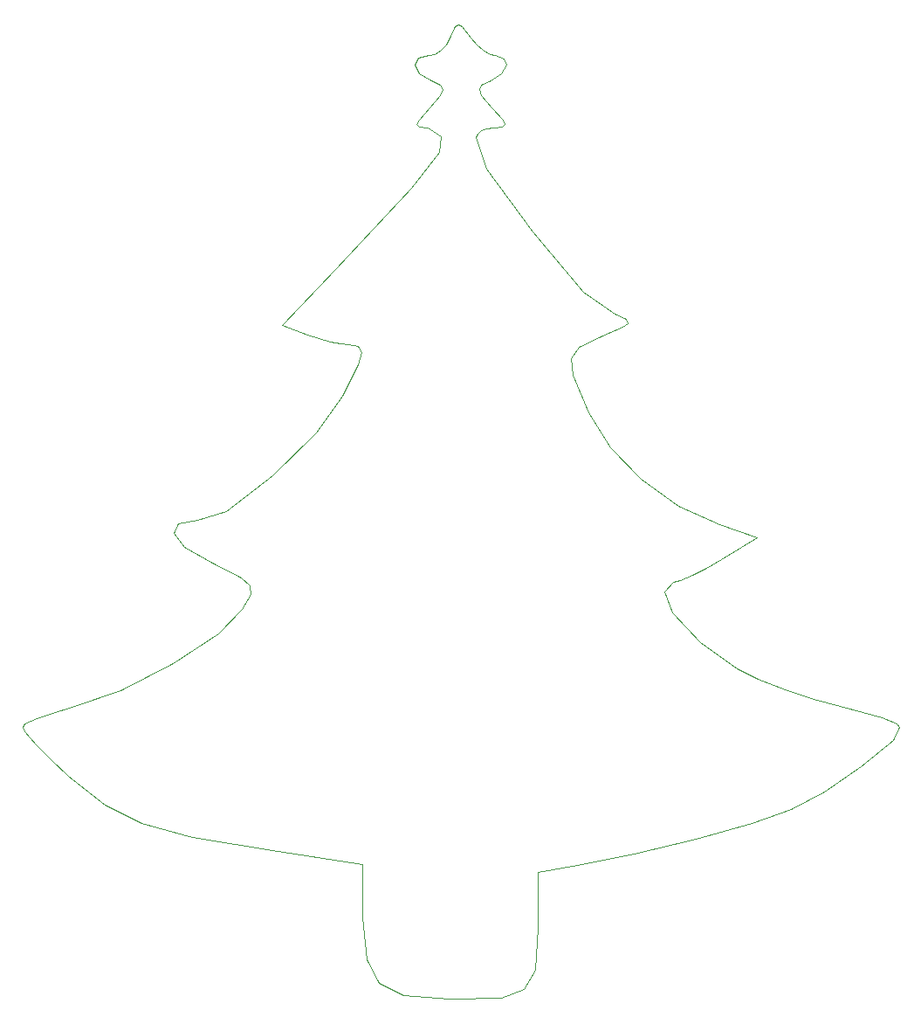
<source format=gbr>
G04 #@! TF.GenerationSoftware,KiCad,Pcbnew,(5.0.0)*
G04 #@! TF.CreationDate,2019-09-06T15:04:35-04:00*
G04 #@! TF.ProjectId,Christmas Tree,4368726973746D617320547265652E6B,rev?*
G04 #@! TF.SameCoordinates,Original*
G04 #@! TF.FileFunction,Profile,NP*
%FSLAX46Y46*%
G04 Gerber Fmt 4.6, Leading zero omitted, Abs format (unit mm)*
G04 Created by KiCad (PCBNEW (5.0.0)) date 09/06/19 15:04:35*
%MOMM*%
%LPD*%
G01*
G04 APERTURE LIST*
%ADD10C,0.100000*%
G04 APERTURE END LIST*
D10*
X132377825Y-53381861D02*
X131925531Y-54433600D01*
X132691142Y-53183600D02*
X132377825Y-53381861D01*
X133062695Y-53360519D02*
X132691142Y-53183600D01*
X133892763Y-54433600D02*
X133062695Y-53360519D01*
X134470115Y-55103209D02*
X133892763Y-54433600D01*
X135137797Y-55669538D02*
X134470115Y-55103209D01*
X135793545Y-56061771D02*
X135137797Y-55669538D01*
X136321343Y-56183600D02*
X135793545Y-56061771D01*
X137166248Y-56464389D02*
X136321343Y-56183600D01*
X137416236Y-57122253D02*
X137166248Y-56464389D01*
X136915407Y-57958210D02*
X137416236Y-57122253D01*
X135824981Y-58597460D02*
X136915407Y-57958210D01*
X134951007Y-59023035D02*
X135824981Y-58597460D01*
X134731302Y-59439176D02*
X134951007Y-59023035D01*
X134951261Y-60004936D02*
X134731302Y-59439176D01*
X135979968Y-61204449D02*
X134951261Y-60004936D01*
X137028098Y-62403440D02*
X135979968Y-61204449D01*
X137214711Y-62864070D02*
X137028098Y-62403440D01*
X137008183Y-63119697D02*
X137214711Y-62864070D01*
X136116088Y-63183600D02*
X137008183Y-63119697D01*
X135482960Y-63252533D02*
X136116088Y-63183600D01*
X134947253Y-63456981D02*
X135482960Y-63252533D01*
X134587743Y-63759152D02*
X134947253Y-63456981D01*
X134461100Y-64114260D02*
X134587743Y-63759152D01*
X135400874Y-67120428D02*
X134461100Y-64114260D01*
X139936718Y-73258370D02*
X135400874Y-67120428D01*
X144845407Y-79075258D02*
X139936718Y-73258370D01*
X147929598Y-81225020D02*
X144845407Y-79075258D01*
X149023456Y-81740812D02*
X147929598Y-81225020D01*
X149128460Y-82115309D02*
X149023456Y-81740812D01*
X148675059Y-82518272D02*
X149128460Y-82115309D01*
X146711100Y-83331206D02*
X148675059Y-82518272D01*
X144453695Y-84448449D02*
X146711100Y-83331206D01*
X143690895Y-85555278D02*
X144453695Y-84448449D01*
X143848620Y-87177451D02*
X143690895Y-85555278D01*
X145374216Y-90799688D02*
X143848620Y-87177451D01*
X147424258Y-94127184D02*
X145374216Y-90799688D01*
X150446410Y-97240761D02*
X147424258Y-94127184D01*
X154107156Y-99844352D02*
X150446410Y-97240761D01*
X158060294Y-101656620D02*
X154107156Y-99844352D01*
X161663549Y-102895360D02*
X158060294Y-101656620D01*
X158194291Y-105039480D02*
X161663549Y-102895360D01*
X156783049Y-105860395D02*
X158194291Y-105039480D01*
X155411612Y-106553765D02*
X156783049Y-105860395D01*
X154230801Y-107062001D02*
X155411612Y-106553765D01*
X153593066Y-107183600D02*
X154230801Y-107062001D01*
X152699089Y-108147353D02*
X153593066Y-107183600D01*
X153460300Y-110204914D02*
X152699089Y-108147353D01*
X156144739Y-113057747D02*
X153460300Y-110204914D01*
X159757202Y-115574220D02*
X156144739Y-113057747D01*
X161778397Y-116592308D02*
X159757202Y-115574220D01*
X164415268Y-117652153D02*
X161778397Y-116592308D01*
X167202655Y-118592372D02*
X164415268Y-117652153D01*
X169711100Y-119248486D02*
X167202655Y-118592372D01*
X171915095Y-119783218D02*
X169711100Y-119248486D01*
X173772037Y-120354574D02*
X171915095Y-119783218D01*
X175226752Y-120904953D02*
X173772037Y-120354574D01*
X175461100Y-121253836D02*
X175226752Y-120904953D01*
X174867672Y-122548660D02*
X175461100Y-121253836D01*
X171755876Y-125060377D02*
X174867672Y-122548660D01*
X168203908Y-127495183D02*
X171755876Y-125060377D01*
X164968613Y-129178556D02*
X168203908Y-127495183D01*
X161217942Y-130548624D02*
X164968613Y-129178556D01*
X155720777Y-132109128D02*
X161217942Y-130548624D01*
X149723665Y-133563759D02*
X155720777Y-132109128D01*
X144211100Y-134640868D02*
X149723665Y-133563759D01*
X140461100Y-135274226D02*
X144211100Y-134640868D01*
X140461100Y-140760298D02*
X140461100Y-135274226D01*
X140175634Y-144761725D02*
X140461100Y-140760298D01*
X139109530Y-146618707D02*
X140175634Y-144761725D01*
X136894413Y-147479172D02*
X139109530Y-146618707D01*
X131803163Y-147632450D02*
X136894413Y-147479172D01*
X127428678Y-147258868D02*
X131803163Y-147632450D01*
X125046034Y-146080541D02*
X127428678Y-147258868D01*
X123823420Y-143815219D02*
X125046034Y-146080541D01*
X123461100Y-139734174D02*
X123823420Y-143815219D01*
X123461100Y-134529638D02*
X123461100Y-139734174D01*
X115211100Y-133296560D02*
X123461100Y-134529638D01*
X106910115Y-131895561D02*
X115211100Y-133296560D01*
X102039837Y-130571902D02*
X106910115Y-131895561D01*
X98443850Y-128779893D02*
X102039837Y-130571902D01*
X94870465Y-125993290D02*
X98443850Y-128779893D01*
X93180843Y-124387618D02*
X94870465Y-125993290D01*
X91756351Y-122927388D02*
X93180843Y-124387618D01*
X90615310Y-121670795D02*
X91756351Y-122927388D01*
X90461100Y-121263645D02*
X90615310Y-121670795D01*
X90661086Y-120947122D02*
X90461100Y-121263645D01*
X91850032Y-120422340D02*
X90661086Y-120947122D01*
X93377154Y-119866579D02*
X91850032Y-120422340D01*
X95189378Y-119333788D02*
X93377154Y-119866579D01*
X99933334Y-117665124D02*
X95189378Y-119333788D01*
X105032988Y-115089187D02*
X99933334Y-117665124D01*
X109462533Y-112241190D02*
X105032988Y-115089187D01*
X111772494Y-109831106D02*
X109462533Y-112241190D01*
X112558142Y-108368856D02*
X111772494Y-109831106D01*
X112484717Y-107524121D02*
X112558142Y-108368856D01*
X111655338Y-106767464D02*
X112484717Y-107524121D01*
X108827983Y-105331189D02*
X111655338Y-106767464D01*
X106145194Y-103802230D02*
X108827983Y-105331189D01*
X105111130Y-102458896D02*
X106145194Y-103802230D01*
X105548057Y-101531313D02*
X105111130Y-102458896D01*
X107430319Y-101183600D02*
X105548057Y-101531313D01*
X110177839Y-100320601D02*
X107430319Y-101183600D01*
X114685438Y-96838160D02*
X110177839Y-100320601D01*
X118968737Y-92743413D02*
X114685438Y-96838160D01*
X121446922Y-89211392D02*
X118968737Y-92743413D01*
X122999203Y-86084797D02*
X121446922Y-89211392D01*
X123333130Y-84933543D02*
X122999203Y-86084797D01*
X123016960Y-84387628D02*
X123333130Y-84933543D01*
X122026200Y-84183600D02*
X123016960Y-84387628D01*
X121307070Y-84120401D02*
X122026200Y-84183600D01*
X120286423Y-83907431D02*
X121307070Y-84120401D01*
X119170503Y-83603356D02*
X120286423Y-83907431D01*
X118118522Y-83243452D02*
X119170503Y-83603356D01*
X115645744Y-82303303D02*
X118118522Y-83243452D01*
X120803422Y-76873606D02*
X115645744Y-82303303D01*
X128147140Y-69022617D02*
X120803422Y-76873606D01*
X130843989Y-65569373D02*
X128147140Y-69022617D01*
X131001135Y-63990207D02*
X130843989Y-65569373D01*
X129806112Y-63183600D02*
X131001135Y-63990207D01*
X128914017Y-63119697D02*
X129806112Y-63183600D01*
X128707489Y-62864070D02*
X128914017Y-63119697D01*
X128894102Y-62403440D02*
X128707489Y-62864070D01*
X129942232Y-61204449D02*
X128894102Y-62403440D01*
X130970939Y-60004936D02*
X129942232Y-61204449D01*
X131190898Y-59439176D02*
X130970939Y-60004936D01*
X130971193Y-59023035D02*
X131190898Y-59439176D01*
X130097219Y-58597460D02*
X130971193Y-59023035D01*
X128954805Y-57935544D02*
X130097219Y-58597460D01*
X128506912Y-57103171D02*
X128954805Y-57935544D01*
X128849970Y-56445035D02*
X128506912Y-57103171D01*
X129854111Y-56183600D02*
X128849970Y-56445035D01*
X130437277Y-56053827D02*
X129854111Y-56183600D01*
X131037208Y-55669538D02*
X130437277Y-56053827D01*
X131562247Y-55102712D02*
X131037208Y-55669538D01*
X131925531Y-54433600D02*
X131562247Y-55102712D01*
M02*

</source>
